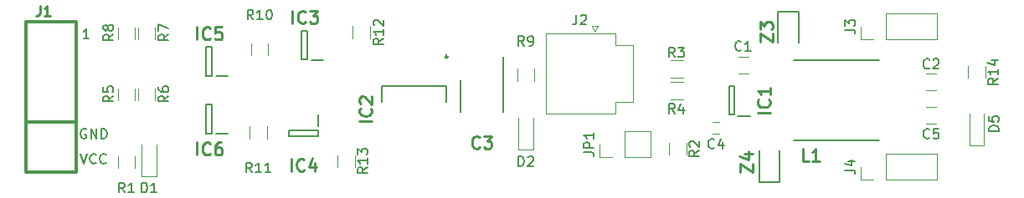
<source format=gto>
G04 #@! TF.GenerationSoftware,KiCad,Pcbnew,(5.1.2)-2*
G04 #@! TF.CreationDate,2019-11-04T12:19:55+09:00*
G04 #@! TF.ProjectId,Kicad_sehd_mv,4b696361-645f-4736-9568-645f6d762e6b,1.0*
G04 #@! TF.SameCoordinates,Original*
G04 #@! TF.FileFunction,Legend,Top*
G04 #@! TF.FilePolarity,Positive*
%FSLAX46Y46*%
G04 Gerber Fmt 4.6, Leading zero omitted, Abs format (unit mm)*
G04 Created by KiCad (PCBNEW (5.1.2)-2) date 2019-11-04 12:19:55*
%MOMM*%
%LPD*%
G04 APERTURE LIST*
%ADD10C,0.304800*%
%ADD11C,0.120000*%
%ADD12C,0.200000*%
%ADD13C,0.250000*%
%ADD14C,0.254000*%
%ADD15C,0.150000*%
G04 APERTURE END LIST*
D10*
X69850000Y-68580000D02*
X64770000Y-68580000D01*
X64770000Y-58420000D02*
X64770000Y-73660000D01*
X64770000Y-73660000D02*
X69850000Y-73660000D01*
X69850000Y-73660000D02*
X69850000Y-58420000D01*
X69850000Y-58420000D02*
X64770000Y-58420000D01*
D11*
X137807000Y-62015000D02*
X136807000Y-62015000D01*
X136807000Y-63715000D02*
X137807000Y-63715000D01*
X156817000Y-63666000D02*
X155817000Y-63666000D01*
X155817000Y-65366000D02*
X156817000Y-65366000D01*
D12*
X113021000Y-62010000D02*
X113021000Y-67610000D01*
X108721000Y-64385000D02*
X108721000Y-67610000D01*
D11*
X134209000Y-68615000D02*
X134909000Y-68615000D01*
X134909000Y-69815000D02*
X134209000Y-69815000D01*
X76466000Y-74129000D02*
X77966000Y-74129000D01*
X76466000Y-74129000D02*
X76466000Y-70929000D01*
X77966000Y-70929000D02*
X77966000Y-74129000D01*
X116066000Y-68168000D02*
X116066000Y-71368000D01*
X114566000Y-71368000D02*
X114566000Y-68168000D01*
X114566000Y-71368000D02*
X116066000Y-71368000D01*
X160159000Y-70987000D02*
X161659000Y-70987000D01*
X160159000Y-70987000D02*
X160159000Y-67787000D01*
X161659000Y-67787000D02*
X161659000Y-70987000D01*
D12*
X136419000Y-67871000D02*
X135869000Y-67871000D01*
X135869000Y-67871000D02*
X135869000Y-64971000D01*
X135869000Y-64971000D02*
X136419000Y-64971000D01*
X136419000Y-64971000D02*
X136419000Y-67871000D01*
X138019000Y-68021000D02*
X136769000Y-68021000D01*
X100763000Y-66560000D02*
X100763000Y-64960000D01*
X100763000Y-64960000D02*
X107263000Y-64960000D01*
X107263000Y-64960000D02*
X107263000Y-66560000D01*
D13*
X107438000Y-62010000D02*
G75*
G03X107438000Y-62010000I-125000J0D01*
G01*
D12*
X94814000Y-62333000D02*
X93614000Y-62333000D01*
X93264000Y-59383000D02*
X93264000Y-62283000D01*
X92664000Y-59383000D02*
X93264000Y-59383000D01*
X92664000Y-62283000D02*
X92664000Y-59383000D01*
X93264000Y-62283000D02*
X92664000Y-62283000D01*
X94337000Y-67873000D02*
X94337000Y-69073000D01*
X91387000Y-69423000D02*
X94287000Y-69423000D01*
X91387000Y-70023000D02*
X91387000Y-69423000D01*
X94287000Y-70023000D02*
X91387000Y-70023000D01*
X94287000Y-69423000D02*
X94287000Y-70023000D01*
X83612000Y-63934000D02*
X83012000Y-63934000D01*
X83012000Y-63934000D02*
X83012000Y-61034000D01*
X83012000Y-61034000D02*
X83612000Y-61034000D01*
X83612000Y-61034000D02*
X83612000Y-63934000D01*
X85162000Y-63984000D02*
X83962000Y-63984000D01*
X83612000Y-69776000D02*
X83012000Y-69776000D01*
X83012000Y-69776000D02*
X83012000Y-66876000D01*
X83012000Y-66876000D02*
X83612000Y-66876000D01*
X83612000Y-66876000D02*
X83612000Y-69776000D01*
X85162000Y-69826000D02*
X83962000Y-69826000D01*
D11*
X122601000Y-58852000D02*
X122301000Y-59452000D01*
X122001000Y-58852000D02*
X122601000Y-58852000D01*
X122301000Y-59452000D02*
X122001000Y-58852000D01*
X117381000Y-67752000D02*
X117381000Y-59652000D01*
X124421000Y-67752000D02*
X117381000Y-67752000D01*
X124421000Y-66552000D02*
X124421000Y-67752000D01*
X126121000Y-66552000D02*
X124421000Y-66552000D01*
X126121000Y-60852000D02*
X126121000Y-66552000D01*
X124421000Y-60852000D02*
X126121000Y-60852000D01*
X124421000Y-59652000D02*
X124421000Y-60852000D01*
X117381000Y-59652000D02*
X124421000Y-59652000D01*
X156905000Y-60258000D02*
X156905000Y-57598000D01*
X151765000Y-60258000D02*
X156905000Y-60258000D01*
X151765000Y-57598000D02*
X156905000Y-57598000D01*
X151765000Y-60258000D02*
X151765000Y-57598000D01*
X150495000Y-60258000D02*
X149165000Y-60258000D01*
X149165000Y-60258000D02*
X149165000Y-58928000D01*
X149165000Y-74482000D02*
X149165000Y-73152000D01*
X150495000Y-74482000D02*
X149165000Y-74482000D01*
X151765000Y-74482000D02*
X151765000Y-71822000D01*
X151765000Y-71822000D02*
X156905000Y-71822000D01*
X151765000Y-74482000D02*
X156905000Y-74482000D01*
X156905000Y-74482000D02*
X156905000Y-71822000D01*
X122749000Y-72196000D02*
X122749000Y-70866000D01*
X124079000Y-72196000D02*
X122749000Y-72196000D01*
X125349000Y-72196000D02*
X125349000Y-69536000D01*
X125349000Y-69536000D02*
X127949000Y-69536000D01*
X125349000Y-72196000D02*
X127949000Y-72196000D01*
X127949000Y-72196000D02*
X127949000Y-69536000D01*
D12*
X151074000Y-62331000D02*
X142430000Y-62331000D01*
X142430000Y-70511000D02*
X151074000Y-70511000D01*
D11*
X74050000Y-73310000D02*
X74050000Y-72110000D01*
X75810000Y-72110000D02*
X75810000Y-73310000D01*
X129803000Y-71927000D02*
X129803000Y-70727000D01*
X131563000Y-70727000D02*
X131563000Y-71927000D01*
X130003000Y-64525000D02*
X131203000Y-64525000D01*
X131203000Y-66285000D02*
X130003000Y-66285000D01*
X131203000Y-64126000D02*
X130003000Y-64126000D01*
X130003000Y-62366000D02*
X131203000Y-62366000D01*
X75810000Y-65233000D02*
X75810000Y-66433000D01*
X74050000Y-66433000D02*
X74050000Y-65233000D01*
X76082000Y-66433000D02*
X76082000Y-65233000D01*
X77842000Y-65233000D02*
X77842000Y-66433000D01*
X77842000Y-59010000D02*
X77842000Y-60210000D01*
X76082000Y-60210000D02*
X76082000Y-59010000D01*
X74050000Y-60210000D02*
X74050000Y-59010000D01*
X75810000Y-59010000D02*
X75810000Y-60210000D01*
X116196000Y-63234000D02*
X116196000Y-64434000D01*
X114436000Y-64434000D02*
X114436000Y-63234000D01*
X89272000Y-60614000D02*
X89272000Y-61814000D01*
X87512000Y-61814000D02*
X87512000Y-60614000D01*
X89145000Y-69076000D02*
X89145000Y-70276000D01*
X87385000Y-70276000D02*
X87385000Y-69076000D01*
X99559000Y-58916000D02*
X99559000Y-60116000D01*
X97799000Y-60116000D02*
X97799000Y-58916000D01*
X98035000Y-71964000D02*
X98035000Y-73164000D01*
X96275000Y-73164000D02*
X96275000Y-71964000D01*
X160029000Y-64147000D02*
X160029000Y-62947000D01*
X161789000Y-62947000D02*
X161789000Y-64147000D01*
D12*
X142884000Y-60586000D02*
X142884000Y-57411000D01*
X142884000Y-57411000D02*
X140834000Y-57411000D01*
X140834000Y-57411000D02*
X140834000Y-60586000D01*
X140979000Y-74669000D02*
X140979000Y-71494000D01*
X138929000Y-74669000D02*
X140979000Y-74669000D01*
X138929000Y-71494000D02*
X138929000Y-74669000D01*
D11*
X155817000Y-68795000D02*
X156817000Y-68795000D01*
X156817000Y-67095000D02*
X155817000Y-67095000D01*
D14*
X66209333Y-56847619D02*
X66209333Y-57573333D01*
X66160952Y-57718476D01*
X66064190Y-57815238D01*
X65919047Y-57863619D01*
X65822285Y-57863619D01*
X67225333Y-57863619D02*
X66644761Y-57863619D01*
X66935047Y-57863619D02*
X66935047Y-56847619D01*
X66838285Y-56992761D01*
X66741523Y-57089523D01*
X66644761Y-57137904D01*
D15*
X70294666Y-71842380D02*
X70628000Y-72842380D01*
X70961333Y-71842380D01*
X71866095Y-72747142D02*
X71818476Y-72794761D01*
X71675619Y-72842380D01*
X71580380Y-72842380D01*
X71437523Y-72794761D01*
X71342285Y-72699523D01*
X71294666Y-72604285D01*
X71247047Y-72413809D01*
X71247047Y-72270952D01*
X71294666Y-72080476D01*
X71342285Y-71985238D01*
X71437523Y-71890000D01*
X71580380Y-71842380D01*
X71675619Y-71842380D01*
X71818476Y-71890000D01*
X71866095Y-71937619D01*
X72866095Y-72747142D02*
X72818476Y-72794761D01*
X72675619Y-72842380D01*
X72580380Y-72842380D01*
X72437523Y-72794761D01*
X72342285Y-72699523D01*
X72294666Y-72604285D01*
X72247047Y-72413809D01*
X72247047Y-72270952D01*
X72294666Y-72080476D01*
X72342285Y-71985238D01*
X72437523Y-71890000D01*
X72580380Y-71842380D01*
X72675619Y-71842380D01*
X72818476Y-71890000D01*
X72866095Y-71937619D01*
X70866095Y-69350000D02*
X70770857Y-69302380D01*
X70628000Y-69302380D01*
X70485142Y-69350000D01*
X70389904Y-69445238D01*
X70342285Y-69540476D01*
X70294666Y-69730952D01*
X70294666Y-69873809D01*
X70342285Y-70064285D01*
X70389904Y-70159523D01*
X70485142Y-70254761D01*
X70628000Y-70302380D01*
X70723238Y-70302380D01*
X70866095Y-70254761D01*
X70913714Y-70207142D01*
X70913714Y-69873809D01*
X70723238Y-69873809D01*
X71342285Y-70302380D02*
X71342285Y-69302380D01*
X71913714Y-70302380D01*
X71913714Y-69302380D01*
X72389904Y-70302380D02*
X72389904Y-69302380D01*
X72628000Y-69302380D01*
X72770857Y-69350000D01*
X72866095Y-69445238D01*
X72913714Y-69540476D01*
X72961333Y-69730952D01*
X72961333Y-69873809D01*
X72913714Y-70064285D01*
X72866095Y-70159523D01*
X72770857Y-70254761D01*
X72628000Y-70302380D01*
X72389904Y-70302380D01*
X71151714Y-60142380D02*
X70580285Y-60142380D01*
X70866000Y-60142380D02*
X70866000Y-59142380D01*
X70770761Y-59285238D01*
X70675523Y-59380476D01*
X70580285Y-59428095D01*
X137120333Y-61317142D02*
X137072714Y-61364761D01*
X136929857Y-61412380D01*
X136834619Y-61412380D01*
X136691761Y-61364761D01*
X136596523Y-61269523D01*
X136548904Y-61174285D01*
X136501285Y-60983809D01*
X136501285Y-60840952D01*
X136548904Y-60650476D01*
X136596523Y-60555238D01*
X136691761Y-60460000D01*
X136834619Y-60412380D01*
X136929857Y-60412380D01*
X137072714Y-60460000D01*
X137120333Y-60507619D01*
X138072714Y-61412380D02*
X137501285Y-61412380D01*
X137787000Y-61412380D02*
X137787000Y-60412380D01*
X137691761Y-60555238D01*
X137596523Y-60650476D01*
X137501285Y-60698095D01*
X156150333Y-63123142D02*
X156102714Y-63170761D01*
X155959857Y-63218380D01*
X155864619Y-63218380D01*
X155721761Y-63170761D01*
X155626523Y-63075523D01*
X155578904Y-62980285D01*
X155531285Y-62789809D01*
X155531285Y-62646952D01*
X155578904Y-62456476D01*
X155626523Y-62361238D01*
X155721761Y-62266000D01*
X155864619Y-62218380D01*
X155959857Y-62218380D01*
X156102714Y-62266000D01*
X156150333Y-62313619D01*
X156531285Y-62313619D02*
X156578904Y-62266000D01*
X156674142Y-62218380D01*
X156912238Y-62218380D01*
X157007476Y-62266000D01*
X157055095Y-62313619D01*
X157102714Y-62408857D01*
X157102714Y-62504095D01*
X157055095Y-62646952D01*
X156483666Y-63218380D01*
X157102714Y-63218380D01*
D14*
X110659333Y-71192571D02*
X110598857Y-71253047D01*
X110417428Y-71313523D01*
X110296476Y-71313523D01*
X110115047Y-71253047D01*
X109994095Y-71132095D01*
X109933619Y-71011142D01*
X109873142Y-70769238D01*
X109873142Y-70587809D01*
X109933619Y-70345904D01*
X109994095Y-70224952D01*
X110115047Y-70104000D01*
X110296476Y-70043523D01*
X110417428Y-70043523D01*
X110598857Y-70104000D01*
X110659333Y-70164476D01*
X111082666Y-70043523D02*
X111868857Y-70043523D01*
X111445523Y-70527333D01*
X111626952Y-70527333D01*
X111747904Y-70587809D01*
X111808380Y-70648285D01*
X111868857Y-70769238D01*
X111868857Y-71071619D01*
X111808380Y-71192571D01*
X111747904Y-71253047D01*
X111626952Y-71313523D01*
X111264095Y-71313523D01*
X111143142Y-71253047D01*
X111082666Y-71192571D01*
D15*
X134392333Y-71223142D02*
X134344714Y-71270761D01*
X134201857Y-71318380D01*
X134106619Y-71318380D01*
X133963761Y-71270761D01*
X133868523Y-71175523D01*
X133820904Y-71080285D01*
X133773285Y-70889809D01*
X133773285Y-70746952D01*
X133820904Y-70556476D01*
X133868523Y-70461238D01*
X133963761Y-70366000D01*
X134106619Y-70318380D01*
X134201857Y-70318380D01*
X134344714Y-70366000D01*
X134392333Y-70413619D01*
X135249476Y-70651714D02*
X135249476Y-71318380D01*
X135011380Y-70270761D02*
X134773285Y-70985047D01*
X135392333Y-70985047D01*
X76477904Y-75763380D02*
X76477904Y-74763380D01*
X76716000Y-74763380D01*
X76858857Y-74811000D01*
X76954095Y-74906238D01*
X77001714Y-75001476D01*
X77049333Y-75191952D01*
X77049333Y-75334809D01*
X77001714Y-75525285D01*
X76954095Y-75620523D01*
X76858857Y-75715761D01*
X76716000Y-75763380D01*
X76477904Y-75763380D01*
X78001714Y-75763380D02*
X77430285Y-75763380D01*
X77716000Y-75763380D02*
X77716000Y-74763380D01*
X77620761Y-74906238D01*
X77525523Y-75001476D01*
X77430285Y-75049095D01*
X114577904Y-73096380D02*
X114577904Y-72096380D01*
X114816000Y-72096380D01*
X114958857Y-72144000D01*
X115054095Y-72239238D01*
X115101714Y-72334476D01*
X115149333Y-72524952D01*
X115149333Y-72667809D01*
X115101714Y-72858285D01*
X115054095Y-72953523D01*
X114958857Y-73048761D01*
X114816000Y-73096380D01*
X114577904Y-73096380D01*
X115530285Y-72191619D02*
X115577904Y-72144000D01*
X115673142Y-72096380D01*
X115911238Y-72096380D01*
X116006476Y-72144000D01*
X116054095Y-72191619D01*
X116101714Y-72286857D01*
X116101714Y-72382095D01*
X116054095Y-72524952D01*
X115482666Y-73096380D01*
X116101714Y-73096380D01*
X163139380Y-69525095D02*
X162139380Y-69525095D01*
X162139380Y-69287000D01*
X162187000Y-69144142D01*
X162282238Y-69048904D01*
X162377476Y-69001285D01*
X162567952Y-68953666D01*
X162710809Y-68953666D01*
X162901285Y-69001285D01*
X162996523Y-69048904D01*
X163091761Y-69144142D01*
X163139380Y-69287000D01*
X163139380Y-69525095D01*
X162139380Y-68048904D02*
X162139380Y-68525095D01*
X162615571Y-68572714D01*
X162567952Y-68525095D01*
X162520333Y-68429857D01*
X162520333Y-68191761D01*
X162567952Y-68096523D01*
X162615571Y-68048904D01*
X162710809Y-68001285D01*
X162948904Y-68001285D01*
X163044142Y-68048904D01*
X163091761Y-68096523D01*
X163139380Y-68191761D01*
X163139380Y-68429857D01*
X163091761Y-68525095D01*
X163044142Y-68572714D01*
D14*
X140020523Y-67660761D02*
X138750523Y-67660761D01*
X139899571Y-66330285D02*
X139960047Y-66390761D01*
X140020523Y-66572190D01*
X140020523Y-66693142D01*
X139960047Y-66874571D01*
X139839095Y-66995523D01*
X139718142Y-67056000D01*
X139476238Y-67116476D01*
X139294809Y-67116476D01*
X139052904Y-67056000D01*
X138931952Y-66995523D01*
X138811000Y-66874571D01*
X138750523Y-66693142D01*
X138750523Y-66572190D01*
X138811000Y-66390761D01*
X138871476Y-66330285D01*
X140020523Y-65120761D02*
X140020523Y-65846476D01*
X140020523Y-65483619D02*
X138750523Y-65483619D01*
X138931952Y-65604571D01*
X139052904Y-65725523D01*
X139113380Y-65846476D01*
X99761523Y-68549761D02*
X98491523Y-68549761D01*
X99640571Y-67219285D02*
X99701047Y-67279761D01*
X99761523Y-67461190D01*
X99761523Y-67582142D01*
X99701047Y-67763571D01*
X99580095Y-67884523D01*
X99459142Y-67945000D01*
X99217238Y-68005476D01*
X99035809Y-68005476D01*
X98793904Y-67945000D01*
X98672952Y-67884523D01*
X98552000Y-67763571D01*
X98491523Y-67582142D01*
X98491523Y-67461190D01*
X98552000Y-67279761D01*
X98612476Y-67219285D01*
X98612476Y-66735476D02*
X98552000Y-66675000D01*
X98491523Y-66554047D01*
X98491523Y-66251666D01*
X98552000Y-66130714D01*
X98612476Y-66070238D01*
X98733428Y-66009761D01*
X98854380Y-66009761D01*
X99035809Y-66070238D01*
X99761523Y-66795952D01*
X99761523Y-66009761D01*
X91724238Y-58613523D02*
X91724238Y-57343523D01*
X93054714Y-58492571D02*
X92994238Y-58553047D01*
X92812809Y-58613523D01*
X92691857Y-58613523D01*
X92510428Y-58553047D01*
X92389476Y-58432095D01*
X92329000Y-58311142D01*
X92268523Y-58069238D01*
X92268523Y-57887809D01*
X92329000Y-57645904D01*
X92389476Y-57524952D01*
X92510428Y-57404000D01*
X92691857Y-57343523D01*
X92812809Y-57343523D01*
X92994238Y-57404000D01*
X93054714Y-57464476D01*
X93478047Y-57343523D02*
X94264238Y-57343523D01*
X93840904Y-57827333D01*
X94022333Y-57827333D01*
X94143285Y-57887809D01*
X94203761Y-57948285D01*
X94264238Y-58069238D01*
X94264238Y-58371619D01*
X94203761Y-58492571D01*
X94143285Y-58553047D01*
X94022333Y-58613523D01*
X93659476Y-58613523D01*
X93538523Y-58553047D01*
X93478047Y-58492571D01*
X91597238Y-73599523D02*
X91597238Y-72329523D01*
X92927714Y-73478571D02*
X92867238Y-73539047D01*
X92685809Y-73599523D01*
X92564857Y-73599523D01*
X92383428Y-73539047D01*
X92262476Y-73418095D01*
X92202000Y-73297142D01*
X92141523Y-73055238D01*
X92141523Y-72873809D01*
X92202000Y-72631904D01*
X92262476Y-72510952D01*
X92383428Y-72390000D01*
X92564857Y-72329523D01*
X92685809Y-72329523D01*
X92867238Y-72390000D01*
X92927714Y-72450476D01*
X94016285Y-72752857D02*
X94016285Y-73599523D01*
X93713904Y-72269047D02*
X93411523Y-73176190D01*
X94197714Y-73176190D01*
X82072238Y-60264523D02*
X82072238Y-58994523D01*
X83402714Y-60143571D02*
X83342238Y-60204047D01*
X83160809Y-60264523D01*
X83039857Y-60264523D01*
X82858428Y-60204047D01*
X82737476Y-60083095D01*
X82677000Y-59962142D01*
X82616523Y-59720238D01*
X82616523Y-59538809D01*
X82677000Y-59296904D01*
X82737476Y-59175952D01*
X82858428Y-59055000D01*
X83039857Y-58994523D01*
X83160809Y-58994523D01*
X83342238Y-59055000D01*
X83402714Y-59115476D01*
X84551761Y-58994523D02*
X83947000Y-58994523D01*
X83886523Y-59599285D01*
X83947000Y-59538809D01*
X84067952Y-59478333D01*
X84370333Y-59478333D01*
X84491285Y-59538809D01*
X84551761Y-59599285D01*
X84612238Y-59720238D01*
X84612238Y-60022619D01*
X84551761Y-60143571D01*
X84491285Y-60204047D01*
X84370333Y-60264523D01*
X84067952Y-60264523D01*
X83947000Y-60204047D01*
X83886523Y-60143571D01*
X82072238Y-71948523D02*
X82072238Y-70678523D01*
X83402714Y-71827571D02*
X83342238Y-71888047D01*
X83160809Y-71948523D01*
X83039857Y-71948523D01*
X82858428Y-71888047D01*
X82737476Y-71767095D01*
X82677000Y-71646142D01*
X82616523Y-71404238D01*
X82616523Y-71222809D01*
X82677000Y-70980904D01*
X82737476Y-70859952D01*
X82858428Y-70739000D01*
X83039857Y-70678523D01*
X83160809Y-70678523D01*
X83342238Y-70739000D01*
X83402714Y-70799476D01*
X84491285Y-70678523D02*
X84249380Y-70678523D01*
X84128428Y-70739000D01*
X84067952Y-70799476D01*
X83947000Y-70980904D01*
X83886523Y-71222809D01*
X83886523Y-71706619D01*
X83947000Y-71827571D01*
X84007476Y-71888047D01*
X84128428Y-71948523D01*
X84370333Y-71948523D01*
X84491285Y-71888047D01*
X84551761Y-71827571D01*
X84612238Y-71706619D01*
X84612238Y-71404238D01*
X84551761Y-71283285D01*
X84491285Y-71222809D01*
X84370333Y-71162333D01*
X84128428Y-71162333D01*
X84007476Y-71222809D01*
X83947000Y-71283285D01*
X83886523Y-71404238D01*
D15*
X120443666Y-57745380D02*
X120443666Y-58459666D01*
X120396047Y-58602523D01*
X120300809Y-58697761D01*
X120157952Y-58745380D01*
X120062714Y-58745380D01*
X120872238Y-57840619D02*
X120919857Y-57793000D01*
X121015095Y-57745380D01*
X121253190Y-57745380D01*
X121348428Y-57793000D01*
X121396047Y-57840619D01*
X121443666Y-57935857D01*
X121443666Y-58031095D01*
X121396047Y-58173952D01*
X120824619Y-58745380D01*
X121443666Y-58745380D01*
X147617380Y-59261333D02*
X148331666Y-59261333D01*
X148474523Y-59308952D01*
X148569761Y-59404190D01*
X148617380Y-59547047D01*
X148617380Y-59642285D01*
X147617380Y-58880380D02*
X147617380Y-58261333D01*
X147998333Y-58594666D01*
X147998333Y-58451809D01*
X148045952Y-58356571D01*
X148093571Y-58308952D01*
X148188809Y-58261333D01*
X148426904Y-58261333D01*
X148522142Y-58308952D01*
X148569761Y-58356571D01*
X148617380Y-58451809D01*
X148617380Y-58737523D01*
X148569761Y-58832761D01*
X148522142Y-58880380D01*
X147617380Y-73485333D02*
X148331666Y-73485333D01*
X148474523Y-73532952D01*
X148569761Y-73628190D01*
X148617380Y-73771047D01*
X148617380Y-73866285D01*
X147950714Y-72580571D02*
X148617380Y-72580571D01*
X147569761Y-72818666D02*
X148284047Y-73056761D01*
X148284047Y-72437714D01*
X121201380Y-71699333D02*
X121915666Y-71699333D01*
X122058523Y-71746952D01*
X122153761Y-71842190D01*
X122201380Y-71985047D01*
X122201380Y-72080285D01*
X122201380Y-71223142D02*
X121201380Y-71223142D01*
X121201380Y-70842190D01*
X121249000Y-70746952D01*
X121296619Y-70699333D01*
X121391857Y-70651714D01*
X121534714Y-70651714D01*
X121629952Y-70699333D01*
X121677571Y-70746952D01*
X121725190Y-70842190D01*
X121725190Y-71223142D01*
X122201380Y-69699333D02*
X122201380Y-70270761D01*
X122201380Y-69985047D02*
X121201380Y-69985047D01*
X121344238Y-70080285D01*
X121439476Y-70175523D01*
X121487095Y-70270761D01*
D14*
X143933333Y-72583523D02*
X143328571Y-72583523D01*
X143328571Y-71313523D01*
X145021904Y-72583523D02*
X144296190Y-72583523D01*
X144659047Y-72583523D02*
X144659047Y-71313523D01*
X144538095Y-71494952D01*
X144417142Y-71615904D01*
X144296190Y-71676380D01*
D15*
X74763333Y-75763380D02*
X74430000Y-75287190D01*
X74191904Y-75763380D02*
X74191904Y-74763380D01*
X74572857Y-74763380D01*
X74668095Y-74811000D01*
X74715714Y-74858619D01*
X74763333Y-74953857D01*
X74763333Y-75096714D01*
X74715714Y-75191952D01*
X74668095Y-75239571D01*
X74572857Y-75287190D01*
X74191904Y-75287190D01*
X75715714Y-75763380D02*
X75144285Y-75763380D01*
X75430000Y-75763380D02*
X75430000Y-74763380D01*
X75334761Y-74906238D01*
X75239523Y-75001476D01*
X75144285Y-75049095D01*
X132835380Y-71493666D02*
X132359190Y-71827000D01*
X132835380Y-72065095D02*
X131835380Y-72065095D01*
X131835380Y-71684142D01*
X131883000Y-71588904D01*
X131930619Y-71541285D01*
X132025857Y-71493666D01*
X132168714Y-71493666D01*
X132263952Y-71541285D01*
X132311571Y-71588904D01*
X132359190Y-71684142D01*
X132359190Y-72065095D01*
X131930619Y-71112714D02*
X131883000Y-71065095D01*
X131835380Y-70969857D01*
X131835380Y-70731761D01*
X131883000Y-70636523D01*
X131930619Y-70588904D01*
X132025857Y-70541285D01*
X132121095Y-70541285D01*
X132263952Y-70588904D01*
X132835380Y-71160333D01*
X132835380Y-70541285D01*
X130389333Y-62047380D02*
X130056000Y-61571190D01*
X129817904Y-62047380D02*
X129817904Y-61047380D01*
X130198857Y-61047380D01*
X130294095Y-61095000D01*
X130341714Y-61142619D01*
X130389333Y-61237857D01*
X130389333Y-61380714D01*
X130341714Y-61475952D01*
X130294095Y-61523571D01*
X130198857Y-61571190D01*
X129817904Y-61571190D01*
X130722666Y-61047380D02*
X131341714Y-61047380D01*
X131008380Y-61428333D01*
X131151238Y-61428333D01*
X131246476Y-61475952D01*
X131294095Y-61523571D01*
X131341714Y-61618809D01*
X131341714Y-61856904D01*
X131294095Y-61952142D01*
X131246476Y-61999761D01*
X131151238Y-62047380D01*
X130865523Y-62047380D01*
X130770285Y-61999761D01*
X130722666Y-61952142D01*
X130389333Y-67762380D02*
X130056000Y-67286190D01*
X129817904Y-67762380D02*
X129817904Y-66762380D01*
X130198857Y-66762380D01*
X130294095Y-66810000D01*
X130341714Y-66857619D01*
X130389333Y-66952857D01*
X130389333Y-67095714D01*
X130341714Y-67190952D01*
X130294095Y-67238571D01*
X130198857Y-67286190D01*
X129817904Y-67286190D01*
X131246476Y-67095714D02*
X131246476Y-67762380D01*
X131008380Y-66714761D02*
X130770285Y-67429047D01*
X131389333Y-67429047D01*
X73604380Y-65952666D02*
X73128190Y-66286000D01*
X73604380Y-66524095D02*
X72604380Y-66524095D01*
X72604380Y-66143142D01*
X72652000Y-66047904D01*
X72699619Y-66000285D01*
X72794857Y-65952666D01*
X72937714Y-65952666D01*
X73032952Y-66000285D01*
X73080571Y-66047904D01*
X73128190Y-66143142D01*
X73128190Y-66524095D01*
X72604380Y-65047904D02*
X72604380Y-65524095D01*
X73080571Y-65571714D01*
X73032952Y-65524095D01*
X72985333Y-65428857D01*
X72985333Y-65190761D01*
X73032952Y-65095523D01*
X73080571Y-65047904D01*
X73175809Y-65000285D01*
X73413904Y-65000285D01*
X73509142Y-65047904D01*
X73556761Y-65095523D01*
X73604380Y-65190761D01*
X73604380Y-65428857D01*
X73556761Y-65524095D01*
X73509142Y-65571714D01*
X79192380Y-65952666D02*
X78716190Y-66286000D01*
X79192380Y-66524095D02*
X78192380Y-66524095D01*
X78192380Y-66143142D01*
X78240000Y-66047904D01*
X78287619Y-66000285D01*
X78382857Y-65952666D01*
X78525714Y-65952666D01*
X78620952Y-66000285D01*
X78668571Y-66047904D01*
X78716190Y-66143142D01*
X78716190Y-66524095D01*
X78192380Y-65095523D02*
X78192380Y-65286000D01*
X78240000Y-65381238D01*
X78287619Y-65428857D01*
X78430476Y-65524095D01*
X78620952Y-65571714D01*
X79001904Y-65571714D01*
X79097142Y-65524095D01*
X79144761Y-65476476D01*
X79192380Y-65381238D01*
X79192380Y-65190761D01*
X79144761Y-65095523D01*
X79097142Y-65047904D01*
X79001904Y-65000285D01*
X78763809Y-65000285D01*
X78668571Y-65047904D01*
X78620952Y-65095523D01*
X78573333Y-65190761D01*
X78573333Y-65381238D01*
X78620952Y-65476476D01*
X78668571Y-65524095D01*
X78763809Y-65571714D01*
X79192380Y-59729666D02*
X78716190Y-60063000D01*
X79192380Y-60301095D02*
X78192380Y-60301095D01*
X78192380Y-59920142D01*
X78240000Y-59824904D01*
X78287619Y-59777285D01*
X78382857Y-59729666D01*
X78525714Y-59729666D01*
X78620952Y-59777285D01*
X78668571Y-59824904D01*
X78716190Y-59920142D01*
X78716190Y-60301095D01*
X78192380Y-59396333D02*
X78192380Y-58729666D01*
X79192380Y-59158238D01*
X73604380Y-59729666D02*
X73128190Y-60063000D01*
X73604380Y-60301095D02*
X72604380Y-60301095D01*
X72604380Y-59920142D01*
X72652000Y-59824904D01*
X72699619Y-59777285D01*
X72794857Y-59729666D01*
X72937714Y-59729666D01*
X73032952Y-59777285D01*
X73080571Y-59824904D01*
X73128190Y-59920142D01*
X73128190Y-60301095D01*
X73032952Y-59158238D02*
X72985333Y-59253476D01*
X72937714Y-59301095D01*
X72842476Y-59348714D01*
X72794857Y-59348714D01*
X72699619Y-59301095D01*
X72652000Y-59253476D01*
X72604380Y-59158238D01*
X72604380Y-58967761D01*
X72652000Y-58872523D01*
X72699619Y-58824904D01*
X72794857Y-58777285D01*
X72842476Y-58777285D01*
X72937714Y-58824904D01*
X72985333Y-58872523D01*
X73032952Y-58967761D01*
X73032952Y-59158238D01*
X73080571Y-59253476D01*
X73128190Y-59301095D01*
X73223428Y-59348714D01*
X73413904Y-59348714D01*
X73509142Y-59301095D01*
X73556761Y-59253476D01*
X73604380Y-59158238D01*
X73604380Y-58967761D01*
X73556761Y-58872523D01*
X73509142Y-58824904D01*
X73413904Y-58777285D01*
X73223428Y-58777285D01*
X73128190Y-58824904D01*
X73080571Y-58872523D01*
X73032952Y-58967761D01*
X115149333Y-60904380D02*
X114816000Y-60428190D01*
X114577904Y-60904380D02*
X114577904Y-59904380D01*
X114958857Y-59904380D01*
X115054095Y-59952000D01*
X115101714Y-59999619D01*
X115149333Y-60094857D01*
X115149333Y-60237714D01*
X115101714Y-60332952D01*
X115054095Y-60380571D01*
X114958857Y-60428190D01*
X114577904Y-60428190D01*
X115625523Y-60904380D02*
X115816000Y-60904380D01*
X115911238Y-60856761D01*
X115958857Y-60809142D01*
X116054095Y-60666285D01*
X116101714Y-60475809D01*
X116101714Y-60094857D01*
X116054095Y-59999619D01*
X116006476Y-59952000D01*
X115911238Y-59904380D01*
X115720761Y-59904380D01*
X115625523Y-59952000D01*
X115577904Y-59999619D01*
X115530285Y-60094857D01*
X115530285Y-60332952D01*
X115577904Y-60428190D01*
X115625523Y-60475809D01*
X115720761Y-60523428D01*
X115911238Y-60523428D01*
X116006476Y-60475809D01*
X116054095Y-60428190D01*
X116101714Y-60332952D01*
X87749142Y-58237380D02*
X87415809Y-57761190D01*
X87177714Y-58237380D02*
X87177714Y-57237380D01*
X87558666Y-57237380D01*
X87653904Y-57285000D01*
X87701523Y-57332619D01*
X87749142Y-57427857D01*
X87749142Y-57570714D01*
X87701523Y-57665952D01*
X87653904Y-57713571D01*
X87558666Y-57761190D01*
X87177714Y-57761190D01*
X88701523Y-58237380D02*
X88130095Y-58237380D01*
X88415809Y-58237380D02*
X88415809Y-57237380D01*
X88320571Y-57380238D01*
X88225333Y-57475476D01*
X88130095Y-57523095D01*
X89320571Y-57237380D02*
X89415809Y-57237380D01*
X89511047Y-57285000D01*
X89558666Y-57332619D01*
X89606285Y-57427857D01*
X89653904Y-57618333D01*
X89653904Y-57856428D01*
X89606285Y-58046904D01*
X89558666Y-58142142D01*
X89511047Y-58189761D01*
X89415809Y-58237380D01*
X89320571Y-58237380D01*
X89225333Y-58189761D01*
X89177714Y-58142142D01*
X89130095Y-58046904D01*
X89082476Y-57856428D01*
X89082476Y-57618333D01*
X89130095Y-57427857D01*
X89177714Y-57332619D01*
X89225333Y-57285000D01*
X89320571Y-57237380D01*
X87622142Y-73731380D02*
X87288809Y-73255190D01*
X87050714Y-73731380D02*
X87050714Y-72731380D01*
X87431666Y-72731380D01*
X87526904Y-72779000D01*
X87574523Y-72826619D01*
X87622142Y-72921857D01*
X87622142Y-73064714D01*
X87574523Y-73159952D01*
X87526904Y-73207571D01*
X87431666Y-73255190D01*
X87050714Y-73255190D01*
X88574523Y-73731380D02*
X88003095Y-73731380D01*
X88288809Y-73731380D02*
X88288809Y-72731380D01*
X88193571Y-72874238D01*
X88098333Y-72969476D01*
X88003095Y-73017095D01*
X89526904Y-73731380D02*
X88955476Y-73731380D01*
X89241190Y-73731380D02*
X89241190Y-72731380D01*
X89145952Y-72874238D01*
X89050714Y-72969476D01*
X88955476Y-73017095D01*
X100909380Y-60158857D02*
X100433190Y-60492190D01*
X100909380Y-60730285D02*
X99909380Y-60730285D01*
X99909380Y-60349333D01*
X99957000Y-60254095D01*
X100004619Y-60206476D01*
X100099857Y-60158857D01*
X100242714Y-60158857D01*
X100337952Y-60206476D01*
X100385571Y-60254095D01*
X100433190Y-60349333D01*
X100433190Y-60730285D01*
X100909380Y-59206476D02*
X100909380Y-59777904D01*
X100909380Y-59492190D02*
X99909380Y-59492190D01*
X100052238Y-59587428D01*
X100147476Y-59682666D01*
X100195095Y-59777904D01*
X100004619Y-58825523D02*
X99957000Y-58777904D01*
X99909380Y-58682666D01*
X99909380Y-58444571D01*
X99957000Y-58349333D01*
X100004619Y-58301714D01*
X100099857Y-58254095D01*
X100195095Y-58254095D01*
X100337952Y-58301714D01*
X100909380Y-58873142D01*
X100909380Y-58254095D01*
X99307380Y-73206857D02*
X98831190Y-73540190D01*
X99307380Y-73778285D02*
X98307380Y-73778285D01*
X98307380Y-73397333D01*
X98355000Y-73302095D01*
X98402619Y-73254476D01*
X98497857Y-73206857D01*
X98640714Y-73206857D01*
X98735952Y-73254476D01*
X98783571Y-73302095D01*
X98831190Y-73397333D01*
X98831190Y-73778285D01*
X99307380Y-72254476D02*
X99307380Y-72825904D01*
X99307380Y-72540190D02*
X98307380Y-72540190D01*
X98450238Y-72635428D01*
X98545476Y-72730666D01*
X98593095Y-72825904D01*
X98307380Y-71921142D02*
X98307380Y-71302095D01*
X98688333Y-71635428D01*
X98688333Y-71492571D01*
X98735952Y-71397333D01*
X98783571Y-71349714D01*
X98878809Y-71302095D01*
X99116904Y-71302095D01*
X99212142Y-71349714D01*
X99259761Y-71397333D01*
X99307380Y-71492571D01*
X99307380Y-71778285D01*
X99259761Y-71873523D01*
X99212142Y-71921142D01*
X163061380Y-64189857D02*
X162585190Y-64523190D01*
X163061380Y-64761285D02*
X162061380Y-64761285D01*
X162061380Y-64380333D01*
X162109000Y-64285095D01*
X162156619Y-64237476D01*
X162251857Y-64189857D01*
X162394714Y-64189857D01*
X162489952Y-64237476D01*
X162537571Y-64285095D01*
X162585190Y-64380333D01*
X162585190Y-64761285D01*
X163061380Y-63237476D02*
X163061380Y-63808904D01*
X163061380Y-63523190D02*
X162061380Y-63523190D01*
X162204238Y-63618428D01*
X162299476Y-63713666D01*
X162347095Y-63808904D01*
X162394714Y-62380333D02*
X163061380Y-62380333D01*
X162013761Y-62618428D02*
X162728047Y-62856523D01*
X162728047Y-62237476D01*
D14*
X139004523Y-60464095D02*
X139004523Y-59617428D01*
X140274523Y-60464095D01*
X140274523Y-59617428D01*
X139004523Y-59254571D02*
X139004523Y-58468380D01*
X139488333Y-58891714D01*
X139488333Y-58710285D01*
X139548809Y-58589333D01*
X139609285Y-58528857D01*
X139730238Y-58468380D01*
X140032619Y-58468380D01*
X140153571Y-58528857D01*
X140214047Y-58589333D01*
X140274523Y-58710285D01*
X140274523Y-59073142D01*
X140214047Y-59194095D01*
X140153571Y-59254571D01*
X136972523Y-73672095D02*
X136972523Y-72825428D01*
X138242523Y-73672095D01*
X138242523Y-72825428D01*
X137395857Y-71797333D02*
X138242523Y-71797333D01*
X136912047Y-72099714D02*
X137819190Y-72402095D01*
X137819190Y-71615904D01*
D15*
X156150333Y-70207142D02*
X156102714Y-70254761D01*
X155959857Y-70302380D01*
X155864619Y-70302380D01*
X155721761Y-70254761D01*
X155626523Y-70159523D01*
X155578904Y-70064285D01*
X155531285Y-69873809D01*
X155531285Y-69730952D01*
X155578904Y-69540476D01*
X155626523Y-69445238D01*
X155721761Y-69350000D01*
X155864619Y-69302380D01*
X155959857Y-69302380D01*
X156102714Y-69350000D01*
X156150333Y-69397619D01*
X157055095Y-69302380D02*
X156578904Y-69302380D01*
X156531285Y-69778571D01*
X156578904Y-69730952D01*
X156674142Y-69683333D01*
X156912238Y-69683333D01*
X157007476Y-69730952D01*
X157055095Y-69778571D01*
X157102714Y-69873809D01*
X157102714Y-70111904D01*
X157055095Y-70207142D01*
X157007476Y-70254761D01*
X156912238Y-70302380D01*
X156674142Y-70302380D01*
X156578904Y-70254761D01*
X156531285Y-70207142D01*
M02*

</source>
